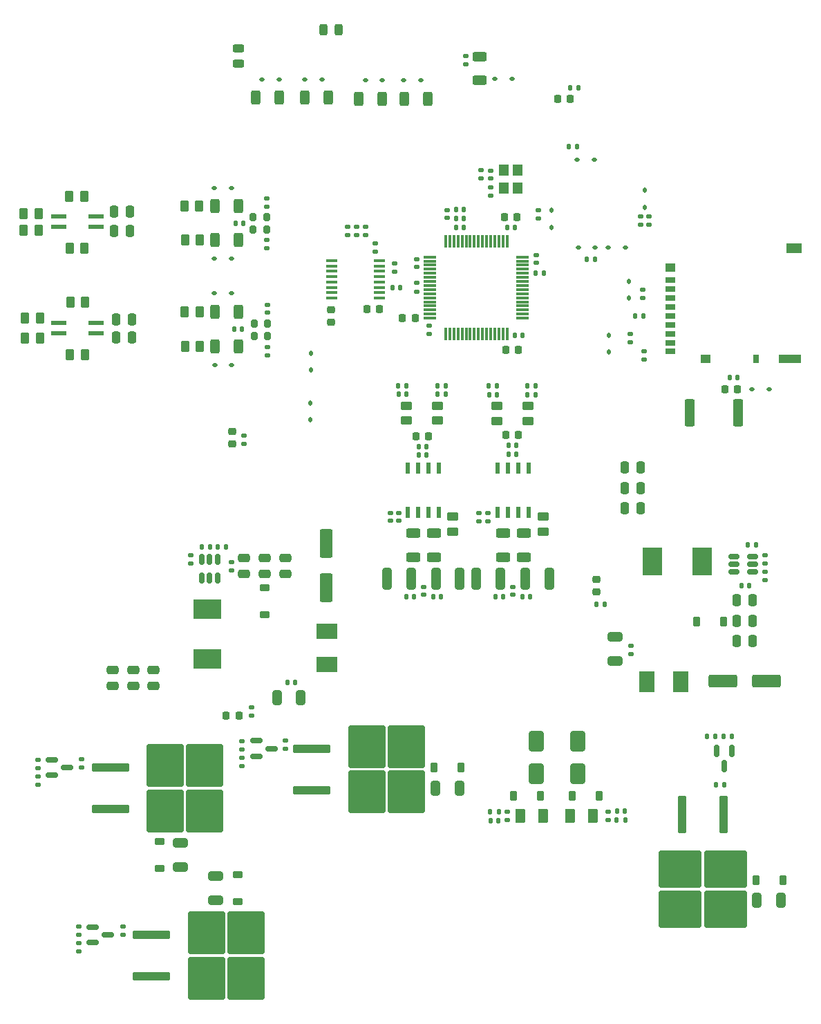
<source format=gbr>
%TF.GenerationSoftware,KiCad,Pcbnew,8.0.3*%
%TF.CreationDate,2025-02-03T16:29:30-06:00*%
%TF.ProjectId,FSAE_BMS,46534145-5f42-44d5-932e-6b696361645f,rev?*%
%TF.SameCoordinates,Original*%
%TF.FileFunction,Paste,Top*%
%TF.FilePolarity,Positive*%
%FSLAX46Y46*%
G04 Gerber Fmt 4.6, Leading zero omitted, Abs format (unit mm)*
G04 Created by KiCad (PCBNEW 8.0.3) date 2025-02-03 16:29:30*
%MOMM*%
%LPD*%
G01*
G04 APERTURE LIST*
G04 Aperture macros list*
%AMRoundRect*
0 Rectangle with rounded corners*
0 $1 Rounding radius*
0 $2 $3 $4 $5 $6 $7 $8 $9 X,Y pos of 4 corners*
0 Add a 4 corners polygon primitive as box body*
4,1,4,$2,$3,$4,$5,$6,$7,$8,$9,$2,$3,0*
0 Add four circle primitives for the rounded corners*
1,1,$1+$1,$2,$3*
1,1,$1+$1,$4,$5*
1,1,$1+$1,$6,$7*
1,1,$1+$1,$8,$9*
0 Add four rect primitives between the rounded corners*
20,1,$1+$1,$2,$3,$4,$5,0*
20,1,$1+$1,$4,$5,$6,$7,0*
20,1,$1+$1,$6,$7,$8,$9,0*
20,1,$1+$1,$8,$9,$2,$3,0*%
G04 Aperture macros list end*
%ADD10RoundRect,0.250000X0.262500X0.450000X-0.262500X0.450000X-0.262500X-0.450000X0.262500X-0.450000X0*%
%ADD11RoundRect,0.135000X0.135000X0.185000X-0.135000X0.185000X-0.135000X-0.185000X0.135000X-0.185000X0*%
%ADD12RoundRect,0.140000X0.140000X0.170000X-0.140000X0.170000X-0.140000X-0.170000X0.140000X-0.170000X0*%
%ADD13RoundRect,0.140000X0.170000X-0.140000X0.170000X0.140000X-0.170000X0.140000X-0.170000X-0.140000X0*%
%ADD14RoundRect,0.250000X0.475000X-0.250000X0.475000X0.250000X-0.475000X0.250000X-0.475000X-0.250000X0*%
%ADD15RoundRect,0.135000X-0.135000X-0.185000X0.135000X-0.185000X0.135000X0.185000X-0.135000X0.185000X0*%
%ADD16RoundRect,0.250000X0.625000X-0.312500X0.625000X0.312500X-0.625000X0.312500X-0.625000X-0.312500X0*%
%ADD17RoundRect,0.135000X-0.185000X0.135000X-0.185000X-0.135000X0.185000X-0.135000X0.185000X0.135000X0*%
%ADD18RoundRect,0.112500X-0.187500X-0.112500X0.187500X-0.112500X0.187500X0.112500X-0.187500X0.112500X0*%
%ADD19RoundRect,0.135000X0.185000X-0.135000X0.185000X0.135000X-0.185000X0.135000X-0.185000X-0.135000X0*%
%ADD20R,1.900000X2.500000*%
%ADD21RoundRect,0.250000X-0.312500X-1.075000X0.312500X-1.075000X0.312500X1.075000X-0.312500X1.075000X0*%
%ADD22RoundRect,0.225000X-0.225000X-0.250000X0.225000X-0.250000X0.225000X0.250000X-0.225000X0.250000X0*%
%ADD23RoundRect,0.250000X-2.050000X-0.300000X2.050000X-0.300000X2.050000X0.300000X-2.050000X0.300000X0*%
%ADD24RoundRect,0.250000X-2.025000X-2.375000X2.025000X-2.375000X2.025000X2.375000X-2.025000X2.375000X0*%
%ADD25RoundRect,0.250000X0.312500X0.625000X-0.312500X0.625000X-0.312500X-0.625000X0.312500X-0.625000X0*%
%ADD26RoundRect,0.250000X-0.650000X1.000000X-0.650000X-1.000000X0.650000X-1.000000X0.650000X1.000000X0*%
%ADD27RoundRect,0.218750X0.218750X0.256250X-0.218750X0.256250X-0.218750X-0.256250X0.218750X-0.256250X0*%
%ADD28RoundRect,0.140000X-0.140000X-0.170000X0.140000X-0.170000X0.140000X0.170000X-0.140000X0.170000X0*%
%ADD29RoundRect,0.250000X-0.625000X0.312500X-0.625000X-0.312500X0.625000X-0.312500X0.625000X0.312500X0*%
%ADD30R,2.350000X3.500000*%
%ADD31RoundRect,0.112500X0.187500X0.112500X-0.187500X0.112500X-0.187500X-0.112500X0.187500X-0.112500X0*%
%ADD32R,0.558800X1.460500*%
%ADD33RoundRect,0.140000X-0.170000X0.140000X-0.170000X-0.140000X0.170000X-0.140000X0.170000X0.140000X0*%
%ADD34R,1.850000X0.600000*%
%ADD35RoundRect,0.150000X-0.587500X-0.150000X0.587500X-0.150000X0.587500X0.150000X-0.587500X0.150000X0*%
%ADD36RoundRect,0.250000X-0.325000X-0.650000X0.325000X-0.650000X0.325000X0.650000X-0.325000X0.650000X0*%
%ADD37RoundRect,0.150000X-0.150000X0.587500X-0.150000X-0.587500X0.150000X-0.587500X0.150000X0.587500X0*%
%ADD38RoundRect,0.250000X-0.250000X-0.475000X0.250000X-0.475000X0.250000X0.475000X-0.250000X0.475000X0*%
%ADD39RoundRect,0.225000X0.225000X0.375000X-0.225000X0.375000X-0.225000X-0.375000X0.225000X-0.375000X0*%
%ADD40RoundRect,0.200000X0.200000X0.275000X-0.200000X0.275000X-0.200000X-0.275000X0.200000X-0.275000X0*%
%ADD41RoundRect,0.225000X-0.225000X-0.375000X0.225000X-0.375000X0.225000X0.375000X-0.225000X0.375000X0*%
%ADD42RoundRect,0.225000X0.375000X-0.225000X0.375000X0.225000X-0.375000X0.225000X-0.375000X-0.225000X0*%
%ADD43RoundRect,0.250000X0.325000X0.650000X-0.325000X0.650000X-0.325000X-0.650000X0.325000X-0.650000X0*%
%ADD44RoundRect,0.150000X-0.512500X-0.150000X0.512500X-0.150000X0.512500X0.150000X-0.512500X0.150000X0*%
%ADD45RoundRect,0.250000X-0.312500X-0.625000X0.312500X-0.625000X0.312500X0.625000X-0.312500X0.625000X0*%
%ADD46RoundRect,0.250000X-0.450000X0.262500X-0.450000X-0.262500X0.450000X-0.262500X0.450000X0.262500X0*%
%ADD47RoundRect,0.225000X-0.375000X0.225000X-0.375000X-0.225000X0.375000X-0.225000X0.375000X0.225000X0*%
%ADD48RoundRect,0.250000X-0.650000X0.325000X-0.650000X-0.325000X0.650000X-0.325000X0.650000X0.325000X0*%
%ADD49RoundRect,0.112500X-0.112500X0.187500X-0.112500X-0.187500X0.112500X-0.187500X0.112500X0.187500X0*%
%ADD50R,1.200000X1.400000*%
%ADD51RoundRect,0.200000X-0.200000X-0.275000X0.200000X-0.275000X0.200000X0.275000X-0.200000X0.275000X0*%
%ADD52RoundRect,0.112500X0.112500X-0.187500X0.112500X0.187500X-0.112500X0.187500X-0.112500X-0.187500X0*%
%ADD53RoundRect,0.225000X0.225000X0.250000X-0.225000X0.250000X-0.225000X-0.250000X0.225000X-0.250000X0*%
%ADD54R,1.200000X0.700000*%
%ADD55R,1.200000X1.000000*%
%ADD56R,0.800000X1.000000*%
%ADD57R,2.800000X1.000000*%
%ADD58R,1.900000X1.300000*%
%ADD59R,3.500000X2.350000*%
%ADD60RoundRect,0.147500X0.172500X-0.147500X0.172500X0.147500X-0.172500X0.147500X-0.172500X-0.147500X0*%
%ADD61R,2.500000X1.900000*%
%ADD62RoundRect,0.150000X0.150000X-0.512500X0.150000X0.512500X-0.150000X0.512500X-0.150000X-0.512500X0*%
%ADD63RoundRect,0.218750X-0.256250X0.218750X-0.256250X-0.218750X0.256250X-0.218750X0.256250X0.218750X0*%
%ADD64RoundRect,0.250000X0.650000X-0.325000X0.650000X0.325000X-0.650000X0.325000X-0.650000X-0.325000X0*%
%ADD65RoundRect,0.075000X-0.075000X0.700000X-0.075000X-0.700000X0.075000X-0.700000X0.075000X0.700000X0*%
%ADD66RoundRect,0.075000X-0.700000X0.075000X-0.700000X-0.075000X0.700000X-0.075000X0.700000X0.075000X0*%
%ADD67RoundRect,0.250000X-0.362500X-1.425000X0.362500X-1.425000X0.362500X1.425000X-0.362500X1.425000X0*%
%ADD68RoundRect,0.243750X0.456250X-0.243750X0.456250X0.243750X-0.456250X0.243750X-0.456250X-0.243750X0*%
%ADD69RoundRect,0.250000X0.375000X0.625000X-0.375000X0.625000X-0.375000X-0.625000X0.375000X-0.625000X0*%
%ADD70R,1.475000X0.450000*%
%ADD71RoundRect,0.218750X0.256250X-0.218750X0.256250X0.218750X-0.256250X0.218750X-0.256250X-0.218750X0*%
%ADD72RoundRect,0.250000X-1.500000X-0.550000X1.500000X-0.550000X1.500000X0.550000X-1.500000X0.550000X0*%
%ADD73RoundRect,0.250000X0.550000X-1.500000X0.550000X1.500000X-0.550000X1.500000X-0.550000X-1.500000X0*%
%ADD74RoundRect,0.243750X-0.243750X-0.456250X0.243750X-0.456250X0.243750X0.456250X-0.243750X0.456250X0*%
%ADD75RoundRect,0.225000X-0.250000X0.225000X-0.250000X-0.225000X0.250000X-0.225000X0.250000X0.225000X0*%
%ADD76RoundRect,0.250000X-0.375000X-0.625000X0.375000X-0.625000X0.375000X0.625000X-0.375000X0.625000X0*%
%ADD77RoundRect,0.250000X-0.300000X2.050000X-0.300000X-2.050000X0.300000X-2.050000X0.300000X2.050000X0*%
%ADD78RoundRect,0.250000X-2.375000X2.025000X-2.375000X-2.025000X2.375000X-2.025000X2.375000X2.025000X0*%
G04 APERTURE END LIST*
D10*
%TO.C,R527*%
X107546185Y-49818326D03*
X105721185Y-49818326D03*
%TD*%
D11*
%TO.C,R602*%
X157446187Y-70855329D03*
X156426187Y-70855329D03*
%TD*%
D12*
%TO.C,C402*%
X163870000Y-124104000D03*
X162910000Y-124104000D03*
%TD*%
D13*
%TO.C,C505*%
X135495847Y-53983697D03*
X135495847Y-53023697D03*
%TD*%
D14*
%TO.C,C424*%
X116641000Y-107574500D03*
X116641000Y-105674500D03*
%TD*%
D15*
%TO.C,R408*%
X129491000Y-90624500D03*
X130511000Y-90624500D03*
%TD*%
D14*
%TO.C,C412*%
X135241000Y-93874500D03*
X135241000Y-91974500D03*
%TD*%
%TO.C,C410*%
X137741000Y-93874500D03*
X137741000Y-91974500D03*
%TD*%
D16*
%TO.C,R305*%
X161600000Y-33462500D03*
X161600000Y-30537500D03*
%TD*%
D17*
%TO.C,R203*%
X161756068Y-44461613D03*
X161756068Y-45481613D03*
%TD*%
D18*
%TO.C,D503*%
X129100000Y-59500000D03*
X131200000Y-59500000D03*
%TD*%
D19*
%TO.C,R702*%
X132450000Y-117410000D03*
X132450000Y-116390000D03*
%TD*%
D17*
%TO.C,R501*%
X132700400Y-76960900D03*
X132700400Y-77980900D03*
%TD*%
D20*
%TO.C,L401*%
X182091606Y-107133500D03*
X186191606Y-107133500D03*
%TD*%
D21*
%TO.C,R612*%
X150225000Y-94450000D03*
X153150000Y-94450000D03*
%TD*%
D22*
%TO.C,C201*%
X164628784Y-50200000D03*
X166178784Y-50200000D03*
%TD*%
D23*
%TO.C,Q704*%
X116325000Y-117585000D03*
D24*
X123050000Y-117350000D03*
X123050000Y-122900000D03*
X127900000Y-117350000D03*
X127900000Y-122900000D03*
D23*
X116325000Y-122665000D03*
%TD*%
D25*
%TO.C,R302*%
X149642500Y-35700000D03*
X146717500Y-35700000D03*
%TD*%
D12*
%TO.C,C215*%
X193154142Y-69847145D03*
X192194142Y-69847145D03*
%TD*%
D18*
%TO.C,D204*%
X173650000Y-53900000D03*
X175750000Y-53900000D03*
%TD*%
D26*
%TO.C,D406*%
X168498000Y-114400000D03*
X168498000Y-118400000D03*
%TD*%
D27*
%TO.C,D410*%
X132078500Y-111224500D03*
X130503500Y-111224500D03*
%TD*%
D28*
%TO.C,C612*%
X165121181Y-79250000D03*
X166081181Y-79250000D03*
%TD*%
D29*
%TO.C,R606*%
X153437000Y-88937500D03*
X153437000Y-91862500D03*
%TD*%
D28*
%TO.C,C602*%
X151663769Y-71909970D03*
X152623769Y-71909970D03*
%TD*%
D30*
%TO.C,L403*%
X188817606Y-92401500D03*
X182767606Y-92401500D03*
%TD*%
D31*
%TO.C,D504*%
X131200000Y-55250000D03*
X129100000Y-55250000D03*
%TD*%
D32*
%TO.C,U601*%
X167605000Y-80925850D03*
X166335000Y-80925850D03*
X165065000Y-80925850D03*
X163795000Y-80925850D03*
X163795000Y-86374150D03*
X165065000Y-86374150D03*
X166335000Y-86374150D03*
X167605000Y-86374150D03*
%TD*%
D33*
%TO.C,C206*%
X155350358Y-63521508D03*
X155350358Y-64481508D03*
%TD*%
D25*
%TO.C,R512*%
X132042440Y-52995697D03*
X129117440Y-52995697D03*
%TD*%
D15*
%TO.C,R706*%
X191457000Y-113819000D03*
X192477000Y-113819000D03*
%TD*%
D17*
%TO.C,R406*%
X196521363Y-93665590D03*
X196521363Y-94685590D03*
%TD*%
D11*
%TO.C,R207*%
X173492517Y-41588807D03*
X172472517Y-41588807D03*
%TD*%
D34*
%TO.C,L501*%
X110002118Y-63176469D03*
X110002118Y-64446469D03*
X114552118Y-64446469D03*
X114552118Y-63176469D03*
%TD*%
D35*
%TO.C,Q707*%
X114117500Y-137135000D03*
X114117500Y-139035000D03*
X115992500Y-138085000D03*
%TD*%
D17*
%TO.C,R514*%
X147600000Y-51390000D03*
X147600000Y-52410000D03*
%TD*%
D36*
%TO.C,C703*%
X195500000Y-133875000D03*
X198450000Y-133875000D03*
%TD*%
D28*
%TO.C,C203*%
X164920603Y-51500000D03*
X165880603Y-51500000D03*
%TD*%
D37*
%TO.C,Q703*%
X192475000Y-115597000D03*
X190575000Y-115597000D03*
X191525000Y-117472000D03*
%TD*%
D12*
%TO.C,C610*%
X157385180Y-71914575D03*
X156425180Y-71914575D03*
%TD*%
%TO.C,C417*%
X195416606Y-90369500D03*
X194456606Y-90369500D03*
%TD*%
D28*
%TO.C,C502*%
X131651940Y-50963697D03*
X132611940Y-50963697D03*
%TD*%
D25*
%TO.C,R510*%
X132035741Y-66045000D03*
X129110741Y-66045000D03*
%TD*%
D19*
%TO.C,R701*%
X107500000Y-119710000D03*
X107500000Y-118690000D03*
%TD*%
D15*
%TO.C,R401*%
X178374000Y-124020000D03*
X179394000Y-124020000D03*
%TD*%
D38*
%TO.C,C421*%
X179381606Y-83384500D03*
X181281606Y-83384500D03*
%TD*%
D13*
%TO.C,C202*%
X162900000Y-47550000D03*
X162900000Y-46590000D03*
%TD*%
D39*
%TO.C,D403*%
X176250000Y-121100000D03*
X172950000Y-121100000D03*
%TD*%
D25*
%TO.C,R511*%
X132039618Y-61772649D03*
X129114618Y-61772649D03*
%TD*%
D28*
%TO.C,C609*%
X152570000Y-96700000D03*
X153530000Y-96700000D03*
%TD*%
%TO.C,C501*%
X131472487Y-63942220D03*
X132432487Y-63942220D03*
%TD*%
D38*
%TO.C,C411*%
X193097606Y-102140500D03*
X194997606Y-102140500D03*
%TD*%
D40*
%TO.C,R504*%
X135473432Y-51745121D03*
X133823432Y-51745121D03*
%TD*%
D28*
%TO.C,C617*%
X154099591Y-79329479D03*
X155059591Y-79329479D03*
%TD*%
D41*
%TO.C,D703*%
X195425000Y-131375000D03*
X198725000Y-131375000D03*
%TD*%
D38*
%TO.C,C423*%
X179381606Y-80884500D03*
X181281606Y-80884500D03*
%TD*%
D28*
%TO.C,C508*%
X150863272Y-58801008D03*
X151823272Y-58801008D03*
%TD*%
D25*
%TO.C,R304*%
X137042500Y-35600000D03*
X134117500Y-35600000D03*
%TD*%
D18*
%TO.C,D301*%
X147570000Y-33400000D03*
X149670000Y-33400000D03*
%TD*%
D42*
%TO.C,D408*%
X135241000Y-98900000D03*
X135241000Y-95600000D03*
%TD*%
D13*
%TO.C,C204*%
X153898564Y-56310000D03*
X153898564Y-55350000D03*
%TD*%
D19*
%TO.C,R711*%
X112453033Y-138109839D03*
X112453033Y-137089839D03*
%TD*%
D21*
%TO.C,R610*%
X161187500Y-94450000D03*
X164112500Y-94450000D03*
%TD*%
D13*
%TO.C,C504*%
X135577118Y-61922220D03*
X135577118Y-60962220D03*
%TD*%
D17*
%TO.C,R403*%
X164942000Y-122994000D03*
X164942000Y-124014000D03*
%TD*%
D15*
%TO.C,R409*%
X175884606Y-97608500D03*
X176904606Y-97608500D03*
%TD*%
D41*
%TO.C,D407*%
X188150000Y-99700000D03*
X191450000Y-99700000D03*
%TD*%
D31*
%TO.C,D502*%
X131213614Y-68297057D03*
X129113614Y-68297057D03*
%TD*%
D19*
%TO.C,R507*%
X153900000Y-59310000D03*
X153900000Y-58290000D03*
%TD*%
D15*
%TO.C,R607*%
X162690000Y-70850000D03*
X163710000Y-70850000D03*
%TD*%
D43*
%TO.C,C404*%
X139675000Y-109024500D03*
X136725000Y-109024500D03*
%TD*%
D29*
%TO.C,R603*%
X166964000Y-88937500D03*
X166964000Y-91862500D03*
%TD*%
D44*
%TO.C,U401*%
X192733022Y-91765093D03*
X192733022Y-92715093D03*
X192733022Y-93665093D03*
X195008022Y-93665093D03*
X195008022Y-92715093D03*
X195008022Y-91765093D03*
%TD*%
D15*
%TO.C,R210*%
X180615501Y-62347900D03*
X181635501Y-62347900D03*
%TD*%
D45*
%TO.C,R301*%
X152317500Y-35700000D03*
X155242500Y-35700000D03*
%TD*%
D46*
%TO.C,R618*%
X158300000Y-86887500D03*
X158300000Y-88712500D03*
%TD*%
D47*
%TO.C,D701*%
X122400000Y-126700000D03*
X122400000Y-130000000D03*
%TD*%
D40*
%TO.C,R502*%
X135602118Y-64783886D03*
X133952118Y-64783886D03*
%TD*%
D36*
%TO.C,C702*%
X156125000Y-120100000D03*
X159075000Y-120100000D03*
%TD*%
D29*
%TO.C,R605*%
X155987000Y-88937500D03*
X155987000Y-91862500D03*
%TD*%
D13*
%TO.C,C405*%
X180132686Y-103697627D03*
X180132686Y-102737627D03*
%TD*%
D33*
%TO.C,C418*%
X126191000Y-91644500D03*
X126191000Y-92604500D03*
%TD*%
D28*
%TO.C,C415*%
X193647256Y-95358996D03*
X194607256Y-95358996D03*
%TD*%
D15*
%TO.C,R201*%
X172669303Y-34342642D03*
X173689303Y-34342642D03*
%TD*%
D22*
%TO.C,C614*%
X164756919Y-76850000D03*
X166306919Y-76850000D03*
%TD*%
D10*
%TO.C,R525*%
X107689618Y-62561469D03*
X105864618Y-62561469D03*
%TD*%
D34*
%TO.C,L502*%
X110011661Y-50147590D03*
X110011661Y-51417590D03*
X114561661Y-51417590D03*
X114561661Y-50147590D03*
%TD*%
D48*
%TO.C,C701*%
X124900000Y-126825000D03*
X124900000Y-129775000D03*
%TD*%
D27*
%TO.C,D202*%
X172676803Y-35742642D03*
X171101803Y-35742642D03*
%TD*%
D10*
%TO.C,R522*%
X113163318Y-54002007D03*
X111338318Y-54002007D03*
%TD*%
D26*
%TO.C,D405*%
X173578000Y-114400000D03*
X173578000Y-118400000D03*
%TD*%
D21*
%TO.C,R609*%
X167187500Y-94450000D03*
X170112500Y-94450000D03*
%TD*%
D17*
%TO.C,R405*%
X196530224Y-91629050D03*
X196530224Y-92649050D03*
%TD*%
D49*
%TO.C,D207*%
X179826381Y-58050000D03*
X179826381Y-60150000D03*
%TD*%
D33*
%TO.C,C603*%
X165650000Y-95470000D03*
X165650000Y-96430000D03*
%TD*%
D28*
%TO.C,C601*%
X162720000Y-71962788D03*
X163680000Y-71962788D03*
%TD*%
%TO.C,C214*%
X158650364Y-49267863D03*
X159610364Y-49267863D03*
%TD*%
D14*
%TO.C,C420*%
X121641000Y-107574500D03*
X121641000Y-105674500D03*
%TD*%
D28*
%TO.C,C211*%
X158657444Y-51485605D03*
X159617444Y-51485605D03*
%TD*%
D31*
%TO.C,D203*%
X175600000Y-43200000D03*
X173500000Y-43200000D03*
%TD*%
D17*
%TO.C,R508*%
X146500000Y-51390000D03*
X146500000Y-52410000D03*
%TD*%
D19*
%TO.C,R410*%
X133591000Y-111234500D03*
X133591000Y-110214500D03*
%TD*%
D50*
%TO.C,Y201*%
X166226000Y-46683500D03*
X166226000Y-44483500D03*
X164526000Y-44483500D03*
X164526000Y-46683500D03*
%TD*%
D51*
%TO.C,R503*%
X133952118Y-63242220D03*
X135602118Y-63242220D03*
%TD*%
D28*
%TO.C,C615*%
X165126725Y-78150000D03*
X166086725Y-78150000D03*
%TD*%
D52*
%TO.C,D208*%
X177400000Y-66750000D03*
X177400000Y-64650000D03*
%TD*%
D15*
%TO.C,R709*%
X190490000Y-119700000D03*
X191510000Y-119700000D03*
%TD*%
D10*
%TO.C,R519*%
X127235413Y-48846951D03*
X125410413Y-48846951D03*
%TD*%
D22*
%TO.C,C507*%
X147779674Y-61439141D03*
X149329674Y-61439141D03*
%TD*%
D31*
%TO.C,D303*%
X154370000Y-33400000D03*
X152270000Y-33400000D03*
%TD*%
D10*
%TO.C,R520*%
X113189618Y-67020718D03*
X111364618Y-67020718D03*
%TD*%
D53*
%TO.C,C216*%
X193175000Y-71247145D03*
X191625000Y-71247145D03*
%TD*%
D54*
%TO.C,J202*%
X184974142Y-57947145D03*
X184974142Y-59047145D03*
X184974142Y-60147145D03*
X184974142Y-61247145D03*
X184974142Y-62347145D03*
X184974142Y-63447145D03*
X184974142Y-64547145D03*
X184974142Y-65647145D03*
X184974142Y-66597145D03*
D55*
X184974142Y-56397145D03*
X189274142Y-67547145D03*
D56*
X195474142Y-67547145D03*
D57*
X199624142Y-67547145D03*
D58*
X200074142Y-54047145D03*
%TD*%
D41*
%TO.C,D404*%
X165750000Y-121100000D03*
X169050000Y-121100000D03*
%TD*%
D38*
%TO.C,C510*%
X117077118Y-62700000D03*
X118977118Y-62700000D03*
%TD*%
D19*
%TO.C,R704*%
X107495370Y-117699397D03*
X107495370Y-116679397D03*
%TD*%
D59*
%TO.C,L404*%
X128171000Y-98224500D03*
X128171000Y-104274500D03*
%TD*%
D60*
%TO.C,L201*%
X157620728Y-50310863D03*
X157620728Y-49340863D03*
%TD*%
D61*
%TO.C,L402*%
X142844000Y-105010500D03*
X142844000Y-100910500D03*
%TD*%
D28*
%TO.C,C620*%
X154100741Y-78321894D03*
X155060741Y-78321894D03*
%TD*%
D38*
%TO.C,C419*%
X179381606Y-85884500D03*
X181281606Y-85884500D03*
%TD*%
D49*
%TO.C,D401*%
X140900000Y-66850000D03*
X140900000Y-68950000D03*
%TD*%
D12*
%TO.C,C406*%
X138980000Y-107224500D03*
X138020000Y-107224500D03*
%TD*%
D53*
%TO.C,C207*%
X153676055Y-62541186D03*
X152126055Y-62541186D03*
%TD*%
D31*
%TO.C,D201*%
X179416855Y-53900000D03*
X177316855Y-53900000D03*
%TD*%
D13*
%TO.C,C416*%
X131138801Y-93430963D03*
X131138801Y-92470963D03*
%TD*%
D46*
%TO.C,R616*%
X152627028Y-73292216D03*
X152627028Y-75117216D03*
%TD*%
D31*
%TO.C,D209*%
X197050000Y-71250000D03*
X194950000Y-71250000D03*
%TD*%
D11*
%TO.C,R601*%
X168443713Y-70886109D03*
X167423713Y-70886109D03*
%TD*%
D62*
%TO.C,U402*%
X127541000Y-94362000D03*
X128491000Y-94362000D03*
X129441000Y-94362000D03*
X129441000Y-92087000D03*
X128491000Y-92087000D03*
X127541000Y-92087000D03*
%TD*%
D15*
%TO.C,R407*%
X127549926Y-90627553D03*
X128569926Y-90627553D03*
%TD*%
D10*
%TO.C,R521*%
X113264249Y-60620718D03*
X111439249Y-60620718D03*
%TD*%
%TO.C,R526*%
X107546185Y-51818326D03*
X105721185Y-51818326D03*
%TD*%
D18*
%TO.C,D302*%
X134929595Y-33361530D03*
X137029595Y-33361530D03*
%TD*%
D46*
%TO.C,R615*%
X156433509Y-73303377D03*
X156433509Y-75128377D03*
%TD*%
D63*
%TO.C,D501*%
X131300000Y-76425000D03*
X131300000Y-78000000D03*
%TD*%
D15*
%TO.C,R202*%
X168406566Y-57089850D03*
X169426566Y-57089850D03*
%TD*%
%TO.C,R608*%
X151607935Y-70856380D03*
X152627935Y-70856380D03*
%TD*%
D38*
%TO.C,C409*%
X193097606Y-97140500D03*
X194997606Y-97140500D03*
%TD*%
D31*
%TO.C,D304*%
X142226469Y-33319107D03*
X140126469Y-33319107D03*
%TD*%
D14*
%TO.C,C422*%
X119141000Y-107574500D03*
X119141000Y-105674500D03*
%TD*%
D52*
%TO.C,D205*%
X170400000Y-51450000D03*
X170400000Y-49350000D03*
%TD*%
D28*
%TO.C,C606*%
X166820000Y-96650000D03*
X167780000Y-96650000D03*
%TD*%
D64*
%TO.C,C403*%
X178172606Y-104575000D03*
X178172606Y-101625000D03*
%TD*%
D33*
%TO.C,C604*%
X154730604Y-95470000D03*
X154730604Y-96430000D03*
%TD*%
D19*
%TO.C,R705*%
X132482526Y-115361969D03*
X132482526Y-114341969D03*
%TD*%
D21*
%TO.C,R611*%
X156225000Y-94450000D03*
X159150000Y-94450000D03*
%TD*%
D35*
%TO.C,Q701*%
X109147500Y-116635000D03*
X109147500Y-118535000D03*
X111022500Y-117585000D03*
%TD*%
D46*
%TO.C,R614*%
X163714000Y-73349000D03*
X163714000Y-75174000D03*
%TD*%
D25*
%TO.C,R513*%
X132033361Y-48854860D03*
X129108361Y-48854860D03*
%TD*%
D17*
%TO.C,R205*%
X168737473Y-49347683D03*
X168737473Y-50367683D03*
%TD*%
D65*
%TO.C,U201*%
X164926000Y-53158500D03*
X164426000Y-53158500D03*
X163926000Y-53158500D03*
X163426000Y-53158500D03*
X162926000Y-53158500D03*
X162426000Y-53158500D03*
X161926000Y-53158500D03*
X161426000Y-53158500D03*
X160926000Y-53158500D03*
X160426000Y-53158500D03*
X159926000Y-53158500D03*
X159426000Y-53158500D03*
X158926000Y-53158500D03*
X158426000Y-53158500D03*
X157926000Y-53158500D03*
X157426000Y-53158500D03*
D66*
X155501000Y-55083500D03*
X155501000Y-55583500D03*
X155501000Y-56083500D03*
X155501000Y-56583500D03*
X155501000Y-57083500D03*
X155501000Y-57583500D03*
X155501000Y-58083500D03*
X155501000Y-58583500D03*
X155501000Y-59083500D03*
X155501000Y-59583500D03*
X155501000Y-60083500D03*
X155501000Y-60583500D03*
X155501000Y-61083500D03*
X155501000Y-61583500D03*
X155501000Y-62083500D03*
X155501000Y-62583500D03*
D65*
X157426000Y-64508500D03*
X157926000Y-64508500D03*
X158426000Y-64508500D03*
X158926000Y-64508500D03*
X159426000Y-64508500D03*
X159926000Y-64508500D03*
X160426000Y-64508500D03*
X160926000Y-64508500D03*
X161426000Y-64508500D03*
X161926000Y-64508500D03*
X162426000Y-64508500D03*
X162926000Y-64508500D03*
X163426000Y-64508500D03*
X163926000Y-64508500D03*
X164426000Y-64508500D03*
X164926000Y-64508500D03*
D66*
X166851000Y-62583500D03*
X166851000Y-62083500D03*
X166851000Y-61583500D03*
X166851000Y-61083500D03*
X166851000Y-60583500D03*
X166851000Y-60083500D03*
X166851000Y-59583500D03*
X166851000Y-59083500D03*
X166851000Y-58583500D03*
X166851000Y-58083500D03*
X166851000Y-57583500D03*
X166851000Y-57083500D03*
X166851000Y-56583500D03*
X166851000Y-56083500D03*
X166851000Y-55583500D03*
X166851000Y-55083500D03*
%TD*%
D10*
%TO.C,R516*%
X127300202Y-66024268D03*
X125475202Y-66024268D03*
%TD*%
D38*
%TO.C,C512*%
X116818662Y-49500396D03*
X118718662Y-49500396D03*
%TD*%
D42*
%TO.C,D704*%
X131950000Y-134050000D03*
X131950000Y-130750000D03*
%TD*%
D33*
%TO.C,C301*%
X159900000Y-30520000D03*
X159900000Y-31480000D03*
%TD*%
D10*
%TO.C,R517*%
X127257336Y-61780495D03*
X125432336Y-61780495D03*
%TD*%
D33*
%TO.C,C616*%
X151627419Y-86451525D03*
X151627419Y-87411525D03*
%TD*%
D38*
%TO.C,C511*%
X116807318Y-51910872D03*
X118707318Y-51910872D03*
%TD*%
D46*
%TO.C,R613*%
X167464000Y-73349000D03*
X167464000Y-75174000D03*
%TD*%
D67*
%TO.C,R211*%
X187275000Y-74150000D03*
X193200000Y-74150000D03*
%TD*%
D68*
%TO.C,F302*%
X132000000Y-31437500D03*
X132000000Y-29562500D03*
%TD*%
D17*
%TO.C,R708*%
X137800000Y-114290000D03*
X137800000Y-115310000D03*
%TD*%
D12*
%TO.C,C605*%
X168400000Y-72000000D03*
X167440000Y-72000000D03*
%TD*%
D51*
%TO.C,R505*%
X133827446Y-50171664D03*
X135477446Y-50171664D03*
%TD*%
D69*
%TO.C,F402*%
X169390000Y-123512000D03*
X166590000Y-123512000D03*
%TD*%
D17*
%TO.C,R208*%
X181589029Y-59117659D03*
X181589029Y-60137659D03*
%TD*%
D18*
%TO.C,D505*%
X129100000Y-46645697D03*
X131200000Y-46645697D03*
%TD*%
D14*
%TO.C,C414*%
X132741000Y-93874500D03*
X132741000Y-91974500D03*
%TD*%
D31*
%TO.C,D305*%
X165550000Y-33300000D03*
X163450000Y-33300000D03*
%TD*%
D32*
%TO.C,U602*%
X156555000Y-80914350D03*
X155285000Y-80914350D03*
X154015000Y-80914350D03*
X152745000Y-80914350D03*
X152745000Y-86362650D03*
X154015000Y-86362650D03*
X155285000Y-86362650D03*
X156555000Y-86362650D03*
%TD*%
D70*
%TO.C,IC501*%
X149327183Y-60100000D03*
X149327183Y-59450000D03*
X149327183Y-58800000D03*
X149327183Y-58150000D03*
X149327183Y-57500000D03*
X149327183Y-56850000D03*
X149327183Y-56200000D03*
X149327183Y-55550000D03*
X143451183Y-55550000D03*
X143451183Y-56200000D03*
X143451183Y-56850000D03*
X143451183Y-57500000D03*
X143451183Y-58150000D03*
X143451183Y-58800000D03*
X143451183Y-59450000D03*
X143451183Y-60100000D03*
%TD*%
D33*
%TO.C,C210*%
X168479451Y-54868286D03*
X168479451Y-55828286D03*
%TD*%
D19*
%TO.C,R209*%
X180000000Y-65557145D03*
X180000000Y-64537145D03*
%TD*%
D45*
%TO.C,R303*%
X140117500Y-35600000D03*
X143042500Y-35600000D03*
%TD*%
D71*
%TO.C,D409*%
X175886606Y-96110000D03*
X175886606Y-94535000D03*
%TD*%
D33*
%TO.C,C613*%
X161517357Y-86484568D03*
X161517357Y-87444568D03*
%TD*%
D72*
%TO.C,C407*%
X191347606Y-107006500D03*
X196747606Y-107006500D03*
%TD*%
D13*
%TO.C,C506*%
X135507530Y-48903697D03*
X135507530Y-47943697D03*
%TD*%
D17*
%TO.C,R707*%
X112835000Y-116590000D03*
X112835000Y-117610000D03*
%TD*%
D73*
%TO.C,C408*%
X142741000Y-95574500D03*
X142741000Y-90174500D03*
%TD*%
D38*
%TO.C,C413*%
X193097606Y-99640500D03*
X194997606Y-99640500D03*
%TD*%
D23*
%TO.C,Q705*%
X141025000Y-115285000D03*
D24*
X147750000Y-115050000D03*
X147750000Y-120600000D03*
X152600000Y-115050000D03*
X152600000Y-120600000D03*
D23*
X141025000Y-120365000D03*
%TD*%
D19*
%TO.C,R212*%
X181700000Y-67610000D03*
X181700000Y-66590000D03*
%TD*%
D38*
%TO.C,C509*%
X117077118Y-64900000D03*
X118977118Y-64900000D03*
%TD*%
D13*
%TO.C,C503*%
X135577118Y-67122220D03*
X135577118Y-66162220D03*
%TD*%
D28*
%TO.C,C608*%
X155870000Y-96700000D03*
X156830000Y-96700000D03*
%TD*%
D19*
%TO.C,R710*%
X112450000Y-140120000D03*
X112450000Y-139100000D03*
%TD*%
D74*
%TO.C,F301*%
X142462500Y-27300000D03*
X144337500Y-27300000D03*
%TD*%
D28*
%TO.C,C212*%
X158656001Y-50389500D03*
X159616001Y-50389500D03*
%TD*%
%TO.C,C607*%
X163520000Y-96650000D03*
X164480000Y-96650000D03*
%TD*%
D35*
%TO.C,Q702*%
X134251500Y-114335000D03*
X134251500Y-116235000D03*
X136126500Y-115285000D03*
%TD*%
D19*
%TO.C,R509*%
X151179976Y-56935300D03*
X151179976Y-55915300D03*
%TD*%
D33*
%TO.C,C205*%
X162902613Y-44490954D03*
X162902613Y-45450954D03*
%TD*%
D64*
%TO.C,C704*%
X129250000Y-133875000D03*
X129250000Y-130925000D03*
%TD*%
D23*
%TO.C,Q708*%
X121375000Y-138085000D03*
D24*
X128100000Y-137850000D03*
X128100000Y-143400000D03*
X132950000Y-137850000D03*
X132950000Y-143400000D03*
D23*
X121375000Y-143165000D03*
%TD*%
D17*
%TO.C,R515*%
X148800000Y-53390000D03*
X148800000Y-54410000D03*
%TD*%
D22*
%TO.C,C619*%
X153786759Y-77053502D03*
X155336759Y-77053502D03*
%TD*%
D15*
%TO.C,R703*%
X189405441Y-113826470D03*
X190425441Y-113826470D03*
%TD*%
D49*
%TO.C,D402*%
X140800000Y-72950000D03*
X140800000Y-75050000D03*
%TD*%
D46*
%TO.C,R617*%
X169400000Y-86887500D03*
X169400000Y-88712500D03*
%TD*%
D10*
%TO.C,R523*%
X113133482Y-47631957D03*
X111308482Y-47631957D03*
%TD*%
D28*
%TO.C,C208*%
X165871613Y-64651080D03*
X166831613Y-64651080D03*
%TD*%
D75*
%TO.C,C513*%
X143400000Y-61550000D03*
X143400000Y-63100000D03*
%TD*%
D11*
%TO.C,R206*%
X175720000Y-55400000D03*
X174700000Y-55400000D03*
%TD*%
D29*
%TO.C,R604*%
X164414000Y-88937500D03*
X164414000Y-91862500D03*
%TD*%
D17*
%TO.C,R204*%
X181278487Y-50108257D03*
X181278487Y-51128257D03*
%TD*%
D76*
%TO.C,F401*%
X172686000Y-123512000D03*
X175486000Y-123512000D03*
%TD*%
D49*
%TO.C,D206*%
X181792662Y-46895494D03*
X181792662Y-48995494D03*
%TD*%
D33*
%TO.C,C618*%
X150641141Y-86448131D03*
X150641141Y-87408131D03*
%TD*%
D22*
%TO.C,C209*%
X164750000Y-66500000D03*
X166300000Y-66500000D03*
%TD*%
D17*
%TO.C,R402*%
X177284000Y-123010000D03*
X177284000Y-124030000D03*
%TD*%
D13*
%TO.C,C213*%
X182326706Y-51112279D03*
X182326706Y-50152279D03*
%TD*%
D17*
%TO.C,R712*%
X117849000Y-137090000D03*
X117849000Y-138110000D03*
%TD*%
D10*
%TO.C,R518*%
X127289601Y-52992327D03*
X125464601Y-52992327D03*
%TD*%
D33*
%TO.C,C611*%
X162621178Y-86484568D03*
X162621178Y-87444568D03*
%TD*%
D11*
%TO.C,R404*%
X163900000Y-123004000D03*
X162880000Y-123004000D03*
%TD*%
D41*
%TO.C,D702*%
X155950000Y-117600000D03*
X159250000Y-117600000D03*
%TD*%
D17*
%TO.C,R506*%
X145400000Y-51390000D03*
X145400000Y-52410000D03*
%TD*%
D10*
%TO.C,R524*%
X107689618Y-65061469D03*
X105864618Y-65061469D03*
%TD*%
D77*
%TO.C,Q706*%
X191440000Y-123350000D03*
D78*
X191675000Y-130075000D03*
X186125000Y-130075000D03*
X191675000Y-134925000D03*
X186125000Y-134925000D03*
D77*
X186360000Y-123350000D03*
%TD*%
D28*
%TO.C,C401*%
X178404000Y-122920000D03*
X179364000Y-122920000D03*
%TD*%
M02*

</source>
